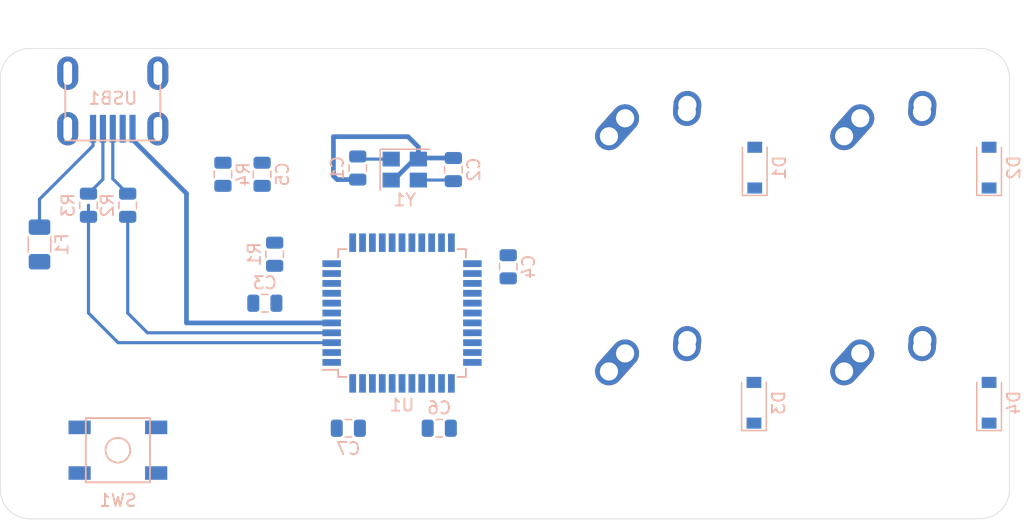
<source format=kicad_pcb>
(kicad_pcb (version 20171130) (host pcbnew "(5.1.4)-1")

  (general
    (thickness 1.6)
    (drawings 8)
    (tracks 35)
    (zones 0)
    (modules 24)
    (nets 45)
  )

  (page A4)
  (layers
    (0 F.Cu signal)
    (31 B.Cu signal)
    (32 B.Adhes user)
    (33 F.Adhes user)
    (34 B.Paste user)
    (35 F.Paste user)
    (36 B.SilkS user)
    (37 F.SilkS user)
    (38 B.Mask user)
    (39 F.Mask user)
    (40 Dwgs.User user)
    (41 Cmts.User user)
    (42 Eco1.User user)
    (43 Eco2.User user)
    (44 Edge.Cuts user)
    (45 Margin user)
    (46 B.CrtYd user)
    (47 F.CrtYd user)
    (48 B.Fab user)
    (49 F.Fab user)
  )

  (setup
    (last_trace_width 0.254)
    (trace_clearance 0.2)
    (zone_clearance 0.508)
    (zone_45_only no)
    (trace_min 0.2)
    (via_size 0.8)
    (via_drill 0.4)
    (via_min_size 0.4)
    (via_min_drill 0.3)
    (uvia_size 0.3)
    (uvia_drill 0.1)
    (uvias_allowed no)
    (uvia_min_size 0.2)
    (uvia_min_drill 0.1)
    (edge_width 0.05)
    (segment_width 0.2)
    (pcb_text_width 0.3)
    (pcb_text_size 1.5 1.5)
    (mod_edge_width 0.12)
    (mod_text_size 1 1)
    (mod_text_width 0.15)
    (pad_size 1.524 1.524)
    (pad_drill 0.762)
    (pad_to_mask_clearance 0.051)
    (solder_mask_min_width 0.25)
    (aux_axis_origin 0 0)
    (visible_elements 7FFFFFFF)
    (pcbplotparams
      (layerselection 0x010fc_ffffffff)
      (usegerberextensions false)
      (usegerberattributes false)
      (usegerberadvancedattributes false)
      (creategerberjobfile false)
      (excludeedgelayer true)
      (linewidth 0.100000)
      (plotframeref false)
      (viasonmask false)
      (mode 1)
      (useauxorigin false)
      (hpglpennumber 1)
      (hpglpenspeed 20)
      (hpglpendiameter 15.000000)
      (psnegative false)
      (psa4output false)
      (plotreference true)
      (plotvalue true)
      (plotinvisibletext false)
      (padsonsilk false)
      (subtractmaskfromsilk false)
      (outputformat 1)
      (mirror false)
      (drillshape 1)
      (scaleselection 1)
      (outputdirectory ""))
  )

  (net 0 "")
  (net 1 GND)
  (net 2 "Net-(C1-Pad1)")
  (net 3 "Net-(C2-Pad1)")
  (net 4 "Net-(C3-Pad1)")
  (net 5 +5V)
  (net 6 "Net-(D1-Pad2)")
  (net 7 ROW0)
  (net 8 "Net-(D2-Pad2)")
  (net 9 "Net-(D3-Pad2)")
  (net 10 ROW1)
  (net 11 "Net-(D4-Pad2)")
  (net 12 VCC)
  (net 13 COL0)
  (net 14 COL1)
  (net 15 "Net-(R1-Pad1)")
  (net 16 "Net-(R2-Pad2)")
  (net 17 D+)
  (net 18 "Net-(R3-Pad2)")
  (net 19 D-)
  (net 20 "Net-(R4-Pad1)")
  (net 21 "Net-(U1-Pad42)")
  (net 22 "Net-(U1-Pad41)")
  (net 23 "Net-(U1-Pad40)")
  (net 24 "Net-(U1-Pad39)")
  (net 25 "Net-(U1-Pad38)")
  (net 26 "Net-(U1-Pad37)")
  (net 27 "Net-(U1-Pad36)")
  (net 28 "Net-(U1-Pad32)")
  (net 29 "Net-(U1-Pad31)")
  (net 30 "Net-(U1-Pad26)")
  (net 31 "Net-(U1-Pad25)")
  (net 32 "Net-(U1-Pad22)")
  (net 33 "Net-(U1-Pad21)")
  (net 34 "Net-(U1-Pad20)")
  (net 35 "Net-(U1-Pad19)")
  (net 36 "Net-(U1-Pad18)")
  (net 37 "Net-(U1-Pad12)")
  (net 38 "Net-(U1-Pad11)")
  (net 39 "Net-(U1-Pad10)")
  (net 40 "Net-(U1-Pad9)")
  (net 41 "Net-(U1-Pad8)")
  (net 42 "Net-(U1-Pad1)")
  (net 43 "Net-(USB1-Pad6)")
  (net 44 "Net-(USB1-Pad2)")

  (net_class Default "This is the default net class."
    (clearance 0.2)
    (trace_width 0.254)
    (via_dia 0.8)
    (via_drill 0.4)
    (uvia_dia 0.3)
    (uvia_drill 0.1)
    (add_net COL0)
    (add_net COL1)
    (add_net D+)
    (add_net D-)
    (add_net "Net-(C1-Pad1)")
    (add_net "Net-(C2-Pad1)")
    (add_net "Net-(C3-Pad1)")
    (add_net "Net-(D1-Pad2)")
    (add_net "Net-(D2-Pad2)")
    (add_net "Net-(D3-Pad2)")
    (add_net "Net-(D4-Pad2)")
    (add_net "Net-(R1-Pad1)")
    (add_net "Net-(R2-Pad2)")
    (add_net "Net-(R3-Pad2)")
    (add_net "Net-(R4-Pad1)")
    (add_net "Net-(U1-Pad1)")
    (add_net "Net-(U1-Pad10)")
    (add_net "Net-(U1-Pad11)")
    (add_net "Net-(U1-Pad12)")
    (add_net "Net-(U1-Pad18)")
    (add_net "Net-(U1-Pad19)")
    (add_net "Net-(U1-Pad20)")
    (add_net "Net-(U1-Pad21)")
    (add_net "Net-(U1-Pad22)")
    (add_net "Net-(U1-Pad25)")
    (add_net "Net-(U1-Pad26)")
    (add_net "Net-(U1-Pad31)")
    (add_net "Net-(U1-Pad32)")
    (add_net "Net-(U1-Pad36)")
    (add_net "Net-(U1-Pad37)")
    (add_net "Net-(U1-Pad38)")
    (add_net "Net-(U1-Pad39)")
    (add_net "Net-(U1-Pad40)")
    (add_net "Net-(U1-Pad41)")
    (add_net "Net-(U1-Pad42)")
    (add_net "Net-(U1-Pad8)")
    (add_net "Net-(U1-Pad9)")
    (add_net "Net-(USB1-Pad2)")
    (add_net "Net-(USB1-Pad6)")
    (add_net ROW0)
    (add_net ROW1)
    (add_net VCC)
  )

  (net_class Power ""
    (clearance 0.2)
    (trace_width 0.381)
    (via_dia 0.8)
    (via_drill 0.4)
    (uvia_dia 0.3)
    (uvia_drill 0.1)
    (add_net +5V)
    (add_net GND)
  )

  (module Crystal:Crystal_SMD_3225-4Pin_3.2x2.5mm (layer B.Cu) (tedit 5A0FD1B2) (tstamp 5F8E9AEE)
    (at 114.52225 124.11075)
    (descr "SMD Crystal SERIES SMD3225/4 http://www.txccrystal.com/images/pdf/7m-accuracy.pdf, 3.2x2.5mm^2 package")
    (tags "SMD SMT crystal")
    (path /5F8F21E9)
    (attr smd)
    (fp_text reference Y1 (at 0 2.45) (layer B.SilkS)
      (effects (font (size 1 1) (thickness 0.15)) (justify mirror))
    )
    (fp_text value Crystal_GND24_Small (at 0 -2.45) (layer B.Fab)
      (effects (font (size 1 1) (thickness 0.15)) (justify mirror))
    )
    (fp_line (start 2.1 1.7) (end -2.1 1.7) (layer B.CrtYd) (width 0.05))
    (fp_line (start 2.1 -1.7) (end 2.1 1.7) (layer B.CrtYd) (width 0.05))
    (fp_line (start -2.1 -1.7) (end 2.1 -1.7) (layer B.CrtYd) (width 0.05))
    (fp_line (start -2.1 1.7) (end -2.1 -1.7) (layer B.CrtYd) (width 0.05))
    (fp_line (start -2 -1.65) (end 2 -1.65) (layer B.SilkS) (width 0.12))
    (fp_line (start -2 1.65) (end -2 -1.65) (layer B.SilkS) (width 0.12))
    (fp_line (start -1.6 -0.25) (end -0.6 -1.25) (layer B.Fab) (width 0.1))
    (fp_line (start 1.6 1.25) (end -1.6 1.25) (layer B.Fab) (width 0.1))
    (fp_line (start 1.6 -1.25) (end 1.6 1.25) (layer B.Fab) (width 0.1))
    (fp_line (start -1.6 -1.25) (end 1.6 -1.25) (layer B.Fab) (width 0.1))
    (fp_line (start -1.6 1.25) (end -1.6 -1.25) (layer B.Fab) (width 0.1))
    (fp_text user %R (at 0 0) (layer B.Fab)
      (effects (font (size 0.7 0.7) (thickness 0.105)) (justify mirror))
    )
    (pad 4 smd rect (at -1.1 0.85) (size 1.4 1.2) (layers B.Cu B.Paste B.Mask)
      (net 1 GND))
    (pad 3 smd rect (at 1.1 0.85) (size 1.4 1.2) (layers B.Cu B.Paste B.Mask)
      (net 3 "Net-(C2-Pad1)"))
    (pad 2 smd rect (at 1.1 -0.85) (size 1.4 1.2) (layers B.Cu B.Paste B.Mask)
      (net 1 GND))
    (pad 1 smd rect (at -1.1 -0.85) (size 1.4 1.2) (layers B.Cu B.Paste B.Mask)
      (net 2 "Net-(C1-Pad1)"))
    (model ${KISYS3DMOD}/Crystal.3dshapes/Crystal_SMD_3225-4Pin_3.2x2.5mm.wrl
      (at (xyz 0 0 0))
      (scale (xyz 1 1 1))
      (rotate (xyz 0 0 0))
    )
  )

  (module random-keyboard-parts:Molex-0548190589 (layer B.Cu) (tedit 5C494815) (tstamp 5F8E9ADA)
    (at 90.8685 116.30025 270)
    (path /5F90A9B4)
    (attr smd)
    (fp_text reference USB1 (at 2.032 0 180) (layer B.SilkS)
      (effects (font (size 1 1) (thickness 0.15)) (justify mirror))
    )
    (fp_text value Molex-0548190589 (at -5.08 0 180) (layer Dwgs.User)
      (effects (font (size 1 1) (thickness 0.15)))
    )
    (fp_text user %R (at 2 0 180) (layer B.CrtYd)
      (effects (font (size 1 1) (thickness 0.15)) (justify mirror))
    )
    (fp_line (start 3.25 1.25) (end 5.5 1.25) (layer B.CrtYd) (width 0.15))
    (fp_line (start 5.5 0.5) (end 3.25 0.5) (layer B.CrtYd) (width 0.15))
    (fp_line (start 3.25 -0.5) (end 5.5 -0.5) (layer B.CrtYd) (width 0.15))
    (fp_line (start 5.5 -1.25) (end 3.25 -1.25) (layer B.CrtYd) (width 0.15))
    (fp_line (start 3.25 -2) (end 5.5 -2) (layer B.CrtYd) (width 0.15))
    (fp_line (start 3.25 2) (end 3.25 -2) (layer B.CrtYd) (width 0.15))
    (fp_line (start 5.5 2) (end 3.25 2) (layer B.CrtYd) (width 0.15))
    (fp_line (start -3.75 -3.75) (end -3.75 3.75) (layer B.CrtYd) (width 0.15))
    (fp_line (start 5.5 -3.75) (end -3.75 -3.75) (layer B.CrtYd) (width 0.15))
    (fp_line (start 5.5 3.75) (end 5.5 -3.75) (layer B.CrtYd) (width 0.15))
    (fp_line (start -3.75 3.75) (end 5.5 3.75) (layer B.CrtYd) (width 0.15))
    (fp_line (start 0 3.85) (end 5.45 3.85) (layer B.SilkS) (width 0.15))
    (fp_line (start 0 -3.85) (end 5.45 -3.85) (layer B.SilkS) (width 0.15))
    (fp_line (start 5.45 3.85) (end 5.45 -3.85) (layer B.SilkS) (width 0.15))
    (fp_line (start -3.75 3.85) (end 0 3.85) (layer Dwgs.User) (width 0.15))
    (fp_line (start -3.75 -3.85) (end 0 -3.85) (layer Dwgs.User) (width 0.15))
    (fp_line (start -1.75 4.572) (end -1.75 -4.572) (layer Dwgs.User) (width 0.15))
    (fp_line (start -3.75 3.85) (end -3.75 -3.85) (layer Dwgs.User) (width 0.15))
    (pad 6 thru_hole oval (at 0 3.65 270) (size 2.7 1.7) (drill oval 1.9 0.7) (layers *.Cu *.Mask)
      (net 43 "Net-(USB1-Pad6)"))
    (pad 6 thru_hole oval (at 0 -3.65 270) (size 2.7 1.7) (drill oval 1.9 0.7) (layers *.Cu *.Mask)
      (net 43 "Net-(USB1-Pad6)"))
    (pad 6 thru_hole oval (at 4.5 -3.65 270) (size 2.7 1.7) (drill oval 1.9 0.7) (layers *.Cu *.Mask)
      (net 43 "Net-(USB1-Pad6)"))
    (pad 6 thru_hole oval (at 4.5 3.65 270) (size 2.7 1.7) (drill oval 1.9 0.7) (layers *.Cu *.Mask)
      (net 43 "Net-(USB1-Pad6)"))
    (pad 5 smd rect (at 4.5 1.6 270) (size 2.25 0.5) (layers B.Cu B.Paste B.Mask)
      (net 12 VCC))
    (pad 4 smd rect (at 4.5 0.8 270) (size 2.25 0.5) (layers B.Cu B.Paste B.Mask)
      (net 19 D-))
    (pad 3 smd rect (at 4.5 0 270) (size 2.25 0.5) (layers B.Cu B.Paste B.Mask)
      (net 17 D+))
    (pad 2 smd rect (at 4.5 -0.8 270) (size 2.25 0.5) (layers B.Cu B.Paste B.Mask)
      (net 44 "Net-(USB1-Pad2)"))
    (pad 1 smd rect (at 4.5 -1.6 270) (size 2.25 0.5) (layers B.Cu B.Paste B.Mask)
      (net 1 GND))
  )

  (module Package_QFP:TQFP-44_10x10mm_P0.8mm (layer B.Cu) (tedit 5A02F146) (tstamp 5F8E9ABA)
    (at 114.3 135.73125)
    (descr "44-Lead Plastic Thin Quad Flatpack (PT) - 10x10x1.0 mm Body [TQFP] (see Microchip Packaging Specification 00000049BS.pdf)")
    (tags "QFP 0.8")
    (path /5F8DFD06)
    (attr smd)
    (fp_text reference U1 (at 0 7.45) (layer B.SilkS)
      (effects (font (size 1 1) (thickness 0.15)) (justify mirror))
    )
    (fp_text value ATmega32U4-AU (at 0 -7.45) (layer B.Fab)
      (effects (font (size 1 1) (thickness 0.15)) (justify mirror))
    )
    (fp_line (start -5.175 4.6) (end -6.45 4.6) (layer B.SilkS) (width 0.15))
    (fp_line (start 5.175 5.175) (end 4.5 5.175) (layer B.SilkS) (width 0.15))
    (fp_line (start 5.175 -5.175) (end 4.5 -5.175) (layer B.SilkS) (width 0.15))
    (fp_line (start -5.175 -5.175) (end -4.5 -5.175) (layer B.SilkS) (width 0.15))
    (fp_line (start -5.175 5.175) (end -4.5 5.175) (layer B.SilkS) (width 0.15))
    (fp_line (start -5.175 -5.175) (end -5.175 -4.5) (layer B.SilkS) (width 0.15))
    (fp_line (start 5.175 -5.175) (end 5.175 -4.5) (layer B.SilkS) (width 0.15))
    (fp_line (start 5.175 5.175) (end 5.175 4.5) (layer B.SilkS) (width 0.15))
    (fp_line (start -5.175 5.175) (end -5.175 4.6) (layer B.SilkS) (width 0.15))
    (fp_line (start -6.7 -6.7) (end 6.7 -6.7) (layer B.CrtYd) (width 0.05))
    (fp_line (start -6.7 6.7) (end 6.7 6.7) (layer B.CrtYd) (width 0.05))
    (fp_line (start 6.7 6.7) (end 6.7 -6.7) (layer B.CrtYd) (width 0.05))
    (fp_line (start -6.7 6.7) (end -6.7 -6.7) (layer B.CrtYd) (width 0.05))
    (fp_line (start -5 4) (end -4 5) (layer B.Fab) (width 0.15))
    (fp_line (start -5 -5) (end -5 4) (layer B.Fab) (width 0.15))
    (fp_line (start 5 -5) (end -5 -5) (layer B.Fab) (width 0.15))
    (fp_line (start 5 5) (end 5 -5) (layer B.Fab) (width 0.15))
    (fp_line (start -4 5) (end 5 5) (layer B.Fab) (width 0.15))
    (fp_text user %R (at 0 0) (layer B.Fab)
      (effects (font (size 1 1) (thickness 0.15)) (justify mirror))
    )
    (pad 44 smd rect (at -4 5.7 270) (size 1.5 0.55) (layers B.Cu B.Paste B.Mask)
      (net 5 +5V))
    (pad 43 smd rect (at -3.2 5.7 270) (size 1.5 0.55) (layers B.Cu B.Paste B.Mask)
      (net 1 GND))
    (pad 42 smd rect (at -2.4 5.7 270) (size 1.5 0.55) (layers B.Cu B.Paste B.Mask)
      (net 21 "Net-(U1-Pad42)"))
    (pad 41 smd rect (at -1.6 5.7 270) (size 1.5 0.55) (layers B.Cu B.Paste B.Mask)
      (net 22 "Net-(U1-Pad41)"))
    (pad 40 smd rect (at -0.8 5.7 270) (size 1.5 0.55) (layers B.Cu B.Paste B.Mask)
      (net 23 "Net-(U1-Pad40)"))
    (pad 39 smd rect (at 0 5.7 270) (size 1.5 0.55) (layers B.Cu B.Paste B.Mask)
      (net 24 "Net-(U1-Pad39)"))
    (pad 38 smd rect (at 0.8 5.7 270) (size 1.5 0.55) (layers B.Cu B.Paste B.Mask)
      (net 25 "Net-(U1-Pad38)"))
    (pad 37 smd rect (at 1.6 5.7 270) (size 1.5 0.55) (layers B.Cu B.Paste B.Mask)
      (net 26 "Net-(U1-Pad37)"))
    (pad 36 smd rect (at 2.4 5.7 270) (size 1.5 0.55) (layers B.Cu B.Paste B.Mask)
      (net 27 "Net-(U1-Pad36)"))
    (pad 35 smd rect (at 3.2 5.7 270) (size 1.5 0.55) (layers B.Cu B.Paste B.Mask)
      (net 1 GND))
    (pad 34 smd rect (at 4 5.7 270) (size 1.5 0.55) (layers B.Cu B.Paste B.Mask)
      (net 5 +5V))
    (pad 33 smd rect (at 5.7 4) (size 1.5 0.55) (layers B.Cu B.Paste B.Mask)
      (net 20 "Net-(R4-Pad1)"))
    (pad 32 smd rect (at 5.7 3.2) (size 1.5 0.55) (layers B.Cu B.Paste B.Mask)
      (net 28 "Net-(U1-Pad32)"))
    (pad 31 smd rect (at 5.7 2.4) (size 1.5 0.55) (layers B.Cu B.Paste B.Mask)
      (net 29 "Net-(U1-Pad31)"))
    (pad 30 smd rect (at 5.7 1.6) (size 1.5 0.55) (layers B.Cu B.Paste B.Mask)
      (net 10 ROW1))
    (pad 29 smd rect (at 5.7 0.8) (size 1.5 0.55) (layers B.Cu B.Paste B.Mask)
      (net 13 COL0))
    (pad 28 smd rect (at 5.7 0) (size 1.5 0.55) (layers B.Cu B.Paste B.Mask)
      (net 14 COL1))
    (pad 27 smd rect (at 5.7 -0.8) (size 1.5 0.55) (layers B.Cu B.Paste B.Mask)
      (net 7 ROW0))
    (pad 26 smd rect (at 5.7 -1.6) (size 1.5 0.55) (layers B.Cu B.Paste B.Mask)
      (net 30 "Net-(U1-Pad26)"))
    (pad 25 smd rect (at 5.7 -2.4) (size 1.5 0.55) (layers B.Cu B.Paste B.Mask)
      (net 31 "Net-(U1-Pad25)"))
    (pad 24 smd rect (at 5.7 -3.2) (size 1.5 0.55) (layers B.Cu B.Paste B.Mask)
      (net 5 +5V))
    (pad 23 smd rect (at 5.7 -4) (size 1.5 0.55) (layers B.Cu B.Paste B.Mask)
      (net 1 GND))
    (pad 22 smd rect (at 4 -5.7 270) (size 1.5 0.55) (layers B.Cu B.Paste B.Mask)
      (net 32 "Net-(U1-Pad22)"))
    (pad 21 smd rect (at 3.2 -5.7 270) (size 1.5 0.55) (layers B.Cu B.Paste B.Mask)
      (net 33 "Net-(U1-Pad21)"))
    (pad 20 smd rect (at 2.4 -5.7 270) (size 1.5 0.55) (layers B.Cu B.Paste B.Mask)
      (net 34 "Net-(U1-Pad20)"))
    (pad 19 smd rect (at 1.6 -5.7 270) (size 1.5 0.55) (layers B.Cu B.Paste B.Mask)
      (net 35 "Net-(U1-Pad19)"))
    (pad 18 smd rect (at 0.8 -5.7 270) (size 1.5 0.55) (layers B.Cu B.Paste B.Mask)
      (net 36 "Net-(U1-Pad18)"))
    (pad 17 smd rect (at 0 -5.7 270) (size 1.5 0.55) (layers B.Cu B.Paste B.Mask)
      (net 2 "Net-(C1-Pad1)"))
    (pad 16 smd rect (at -0.8 -5.7 270) (size 1.5 0.55) (layers B.Cu B.Paste B.Mask)
      (net 3 "Net-(C2-Pad1)"))
    (pad 15 smd rect (at -1.6 -5.7 270) (size 1.5 0.55) (layers B.Cu B.Paste B.Mask)
      (net 1 GND))
    (pad 14 smd rect (at -2.4 -5.7 270) (size 1.5 0.55) (layers B.Cu B.Paste B.Mask)
      (net 5 +5V))
    (pad 13 smd rect (at -3.2 -5.7 270) (size 1.5 0.55) (layers B.Cu B.Paste B.Mask)
      (net 15 "Net-(R1-Pad1)"))
    (pad 12 smd rect (at -4 -5.7 270) (size 1.5 0.55) (layers B.Cu B.Paste B.Mask)
      (net 37 "Net-(U1-Pad12)"))
    (pad 11 smd rect (at -5.7 -4) (size 1.5 0.55) (layers B.Cu B.Paste B.Mask)
      (net 38 "Net-(U1-Pad11)"))
    (pad 10 smd rect (at -5.7 -3.2) (size 1.5 0.55) (layers B.Cu B.Paste B.Mask)
      (net 39 "Net-(U1-Pad10)"))
    (pad 9 smd rect (at -5.7 -2.4) (size 1.5 0.55) (layers B.Cu B.Paste B.Mask)
      (net 40 "Net-(U1-Pad9)"))
    (pad 8 smd rect (at -5.7 -1.6) (size 1.5 0.55) (layers B.Cu B.Paste B.Mask)
      (net 41 "Net-(U1-Pad8)"))
    (pad 7 smd rect (at -5.7 -0.8) (size 1.5 0.55) (layers B.Cu B.Paste B.Mask)
      (net 5 +5V))
    (pad 6 smd rect (at -5.7 0) (size 1.5 0.55) (layers B.Cu B.Paste B.Mask)
      (net 4 "Net-(C3-Pad1)"))
    (pad 5 smd rect (at -5.7 0.8) (size 1.5 0.55) (layers B.Cu B.Paste B.Mask)
      (net 1 GND))
    (pad 4 smd rect (at -5.7 1.6) (size 1.5 0.55) (layers B.Cu B.Paste B.Mask)
      (net 16 "Net-(R2-Pad2)"))
    (pad 3 smd rect (at -5.7 2.4) (size 1.5 0.55) (layers B.Cu B.Paste B.Mask)
      (net 18 "Net-(R3-Pad2)"))
    (pad 2 smd rect (at -5.7 3.2) (size 1.5 0.55) (layers B.Cu B.Paste B.Mask)
      (net 5 +5V))
    (pad 1 smd rect (at -5.7 4) (size 1.5 0.55) (layers B.Cu B.Paste B.Mask)
      (net 42 "Net-(U1-Pad1)"))
    (model ${KISYS3DMOD}/Package_QFP.3dshapes/TQFP-44_10x10mm_P0.8mm.wrl
      (at (xyz 0 0 0))
      (scale (xyz 1 1 1))
      (rotate (xyz 0 0 0))
    )
  )

  (module random-keyboard-parts:SKQG-1155865 (layer B.Cu) (tedit 5E62B398) (tstamp 5F8E9A77)
    (at 91.28125 146.84375 180)
    (path /5F8FC3AD)
    (attr smd)
    (fp_text reference SW1 (at 0 -4.064) (layer B.SilkS)
      (effects (font (size 1 1) (thickness 0.15)) (justify mirror))
    )
    (fp_text value SW_Push (at 0 4.064) (layer B.Fab)
      (effects (font (size 1 1) (thickness 0.15)) (justify mirror))
    )
    (fp_line (start -2.6 2.6) (end 2.6 2.6) (layer B.SilkS) (width 0.15))
    (fp_line (start 2.6 2.6) (end 2.6 -2.6) (layer B.SilkS) (width 0.15))
    (fp_line (start 2.6 -2.6) (end -2.6 -2.6) (layer B.SilkS) (width 0.15))
    (fp_line (start -2.6 -2.6) (end -2.6 2.6) (layer B.SilkS) (width 0.15))
    (fp_circle (center 0 0) (end 1 0) (layer B.SilkS) (width 0.15))
    (fp_line (start -4.2 2.6) (end 4.2 2.6) (layer B.Fab) (width 0.15))
    (fp_line (start 4.2 2.6) (end 4.2 1.2) (layer B.Fab) (width 0.15))
    (fp_line (start 4.2 1.1) (end 2.6 1.1) (layer B.Fab) (width 0.15))
    (fp_line (start 2.6 1.1) (end 2.6 -1.1) (layer B.Fab) (width 0.15))
    (fp_line (start 2.6 -1.1) (end 4.2 -1.1) (layer B.Fab) (width 0.15))
    (fp_line (start 4.2 -1.1) (end 4.2 -2.6) (layer B.Fab) (width 0.15))
    (fp_line (start 4.2 -2.6) (end -4.2 -2.6) (layer B.Fab) (width 0.15))
    (fp_line (start -4.2 -2.6) (end -4.2 -1.1) (layer B.Fab) (width 0.15))
    (fp_line (start -4.2 -1.1) (end -2.6 -1.1) (layer B.Fab) (width 0.15))
    (fp_line (start -2.6 -1.1) (end -2.6 1.1) (layer B.Fab) (width 0.15))
    (fp_line (start -2.6 1.1) (end -4.2 1.1) (layer B.Fab) (width 0.15))
    (fp_line (start -4.2 1.1) (end -4.2 2.6) (layer B.Fab) (width 0.15))
    (fp_circle (center 0 0) (end 1 0) (layer B.Fab) (width 0.15))
    (fp_line (start -2.6 1.1) (end -1.1 2.6) (layer B.Fab) (width 0.15))
    (fp_line (start 2.6 1.1) (end 1.1 2.6) (layer B.Fab) (width 0.15))
    (fp_line (start 2.6 -1.1) (end 1.1 -2.6) (layer B.Fab) (width 0.15))
    (fp_line (start -2.6 -1.1) (end -1.1 -2.6) (layer B.Fab) (width 0.15))
    (pad 4 smd rect (at -3.1 -1.85 180) (size 1.8 1.1) (layers B.Cu B.Paste B.Mask))
    (pad 3 smd rect (at 3.1 1.85 180) (size 1.8 1.1) (layers B.Cu B.Paste B.Mask))
    (pad 2 smd rect (at -3.1 1.85 180) (size 1.8 1.1) (layers B.Cu B.Paste B.Mask)
      (net 15 "Net-(R1-Pad1)"))
    (pad 1 smd rect (at 3.1 -1.85 180) (size 1.8 1.1) (layers B.Cu B.Paste B.Mask)
      (net 1 GND))
    (model ${KISYS3DMOD}/Button_Switch_SMD.3dshapes/SW_SPST_TL3342.step
      (at (xyz 0 0 0))
      (scale (xyz 1 1 1))
      (rotate (xyz 0 0 0))
    )
  )

  (module Resistor_SMD:R_0805_2012Metric (layer B.Cu) (tedit 5B36C52B) (tstamp 5F8E9A59)
    (at 99.79025 124.49175 90)
    (descr "Resistor SMD 0805 (2012 Metric), square (rectangular) end terminal, IPC_7351 nominal, (Body size source: https://docs.google.com/spreadsheets/d/1BsfQQcO9C6DZCsRaXUlFlo91Tg2WpOkGARC1WS5S8t0/edit?usp=sharing), generated with kicad-footprint-generator")
    (tags resistor)
    (path /5F8E5F53)
    (attr smd)
    (fp_text reference R4 (at 0 1.65 270) (layer B.SilkS)
      (effects (font (size 1 1) (thickness 0.15)) (justify mirror))
    )
    (fp_text value 10k (at 0 -1.65 270) (layer B.Fab)
      (effects (font (size 1 1) (thickness 0.15)) (justify mirror))
    )
    (fp_text user %R (at 0 0 270) (layer B.Fab)
      (effects (font (size 0.5 0.5) (thickness 0.08)) (justify mirror))
    )
    (fp_line (start 1.68 -0.95) (end -1.68 -0.95) (layer B.CrtYd) (width 0.05))
    (fp_line (start 1.68 0.95) (end 1.68 -0.95) (layer B.CrtYd) (width 0.05))
    (fp_line (start -1.68 0.95) (end 1.68 0.95) (layer B.CrtYd) (width 0.05))
    (fp_line (start -1.68 -0.95) (end -1.68 0.95) (layer B.CrtYd) (width 0.05))
    (fp_line (start -0.258578 -0.71) (end 0.258578 -0.71) (layer B.SilkS) (width 0.12))
    (fp_line (start -0.258578 0.71) (end 0.258578 0.71) (layer B.SilkS) (width 0.12))
    (fp_line (start 1 -0.6) (end -1 -0.6) (layer B.Fab) (width 0.1))
    (fp_line (start 1 0.6) (end 1 -0.6) (layer B.Fab) (width 0.1))
    (fp_line (start -1 0.6) (end 1 0.6) (layer B.Fab) (width 0.1))
    (fp_line (start -1 -0.6) (end -1 0.6) (layer B.Fab) (width 0.1))
    (pad 2 smd roundrect (at 0.9375 0 90) (size 0.975 1.4) (layers B.Cu B.Paste B.Mask) (roundrect_rratio 0.25)
      (net 1 GND))
    (pad 1 smd roundrect (at -0.9375 0 90) (size 0.975 1.4) (layers B.Cu B.Paste B.Mask) (roundrect_rratio 0.25)
      (net 20 "Net-(R4-Pad1)"))
    (model ${KISYS3DMOD}/Resistor_SMD.3dshapes/R_0805_2012Metric.wrl
      (at (xyz 0 0 0))
      (scale (xyz 1 1 1))
      (rotate (xyz 0 0 0))
    )
  )

  (module Resistor_SMD:R_0805_2012Metric (layer B.Cu) (tedit 5B36C52B) (tstamp 5F8E9A48)
    (at 88.9 127 270)
    (descr "Resistor SMD 0805 (2012 Metric), square (rectangular) end terminal, IPC_7351 nominal, (Body size source: https://docs.google.com/spreadsheets/d/1BsfQQcO9C6DZCsRaXUlFlo91Tg2WpOkGARC1WS5S8t0/edit?usp=sharing), generated with kicad-footprint-generator")
    (tags resistor)
    (path /5F8E97F5)
    (attr smd)
    (fp_text reference R3 (at 0 1.65 90) (layer B.SilkS)
      (effects (font (size 1 1) (thickness 0.15)) (justify mirror))
    )
    (fp_text value 22 (at 0 -1.65 90) (layer B.Fab)
      (effects (font (size 1 1) (thickness 0.15)) (justify mirror))
    )
    (fp_text user %R (at 0 0 90) (layer B.Fab)
      (effects (font (size 0.5 0.5) (thickness 0.08)) (justify mirror))
    )
    (fp_line (start 1.68 -0.95) (end -1.68 -0.95) (layer B.CrtYd) (width 0.05))
    (fp_line (start 1.68 0.95) (end 1.68 -0.95) (layer B.CrtYd) (width 0.05))
    (fp_line (start -1.68 0.95) (end 1.68 0.95) (layer B.CrtYd) (width 0.05))
    (fp_line (start -1.68 -0.95) (end -1.68 0.95) (layer B.CrtYd) (width 0.05))
    (fp_line (start -0.258578 -0.71) (end 0.258578 -0.71) (layer B.SilkS) (width 0.12))
    (fp_line (start -0.258578 0.71) (end 0.258578 0.71) (layer B.SilkS) (width 0.12))
    (fp_line (start 1 -0.6) (end -1 -0.6) (layer B.Fab) (width 0.1))
    (fp_line (start 1 0.6) (end 1 -0.6) (layer B.Fab) (width 0.1))
    (fp_line (start -1 0.6) (end 1 0.6) (layer B.Fab) (width 0.1))
    (fp_line (start -1 -0.6) (end -1 0.6) (layer B.Fab) (width 0.1))
    (pad 2 smd roundrect (at 0.9375 0 270) (size 0.975 1.4) (layers B.Cu B.Paste B.Mask) (roundrect_rratio 0.25)
      (net 18 "Net-(R3-Pad2)"))
    (pad 1 smd roundrect (at -0.9375 0 270) (size 0.975 1.4) (layers B.Cu B.Paste B.Mask) (roundrect_rratio 0.25)
      (net 19 D-))
    (model ${KISYS3DMOD}/Resistor_SMD.3dshapes/R_0805_2012Metric.wrl
      (at (xyz 0 0 0))
      (scale (xyz 1 1 1))
      (rotate (xyz 0 0 0))
    )
  )

  (module Resistor_SMD:R_0805_2012Metric (layer B.Cu) (tedit 5B36C52B) (tstamp 5F8E9A37)
    (at 92.075 127 270)
    (descr "Resistor SMD 0805 (2012 Metric), square (rectangular) end terminal, IPC_7351 nominal, (Body size source: https://docs.google.com/spreadsheets/d/1BsfQQcO9C6DZCsRaXUlFlo91Tg2WpOkGARC1WS5S8t0/edit?usp=sharing), generated with kicad-footprint-generator")
    (tags resistor)
    (path /5F8E8E72)
    (attr smd)
    (fp_text reference R2 (at 0 1.65 90) (layer B.SilkS)
      (effects (font (size 1 1) (thickness 0.15)) (justify mirror))
    )
    (fp_text value 22 (at 0 -1.65 90) (layer B.Fab)
      (effects (font (size 1 1) (thickness 0.15)) (justify mirror))
    )
    (fp_text user %R (at 0 0 90) (layer B.Fab)
      (effects (font (size 0.5 0.5) (thickness 0.08)) (justify mirror))
    )
    (fp_line (start 1.68 -0.95) (end -1.68 -0.95) (layer B.CrtYd) (width 0.05))
    (fp_line (start 1.68 0.95) (end 1.68 -0.95) (layer B.CrtYd) (width 0.05))
    (fp_line (start -1.68 0.95) (end 1.68 0.95) (layer B.CrtYd) (width 0.05))
    (fp_line (start -1.68 -0.95) (end -1.68 0.95) (layer B.CrtYd) (width 0.05))
    (fp_line (start -0.258578 -0.71) (end 0.258578 -0.71) (layer B.SilkS) (width 0.12))
    (fp_line (start -0.258578 0.71) (end 0.258578 0.71) (layer B.SilkS) (width 0.12))
    (fp_line (start 1 -0.6) (end -1 -0.6) (layer B.Fab) (width 0.1))
    (fp_line (start 1 0.6) (end 1 -0.6) (layer B.Fab) (width 0.1))
    (fp_line (start -1 0.6) (end 1 0.6) (layer B.Fab) (width 0.1))
    (fp_line (start -1 -0.6) (end -1 0.6) (layer B.Fab) (width 0.1))
    (pad 2 smd roundrect (at 0.9375 0 270) (size 0.975 1.4) (layers B.Cu B.Paste B.Mask) (roundrect_rratio 0.25)
      (net 16 "Net-(R2-Pad2)"))
    (pad 1 smd roundrect (at -0.9375 0 270) (size 0.975 1.4) (layers B.Cu B.Paste B.Mask) (roundrect_rratio 0.25)
      (net 17 D+))
    (model ${KISYS3DMOD}/Resistor_SMD.3dshapes/R_0805_2012Metric.wrl
      (at (xyz 0 0 0))
      (scale (xyz 1 1 1))
      (rotate (xyz 0 0 0))
    )
  )

  (module Resistor_SMD:R_0805_2012Metric (layer B.Cu) (tedit 5B36C52B) (tstamp 5F8E9A26)
    (at 103.98125 130.96875 270)
    (descr "Resistor SMD 0805 (2012 Metric), square (rectangular) end terminal, IPC_7351 nominal, (Body size source: https://docs.google.com/spreadsheets/d/1BsfQQcO9C6DZCsRaXUlFlo91Tg2WpOkGARC1WS5S8t0/edit?usp=sharing), generated with kicad-footprint-generator")
    (tags resistor)
    (path /5F8FF029)
    (attr smd)
    (fp_text reference R1 (at 0 1.65 90) (layer B.SilkS)
      (effects (font (size 1 1) (thickness 0.15)) (justify mirror))
    )
    (fp_text value 10k (at 0 -1.65 90) (layer B.Fab)
      (effects (font (size 1 1) (thickness 0.15)) (justify mirror))
    )
    (fp_text user %R (at 0 0 90) (layer B.Fab)
      (effects (font (size 0.5 0.5) (thickness 0.08)) (justify mirror))
    )
    (fp_line (start 1.68 -0.95) (end -1.68 -0.95) (layer B.CrtYd) (width 0.05))
    (fp_line (start 1.68 0.95) (end 1.68 -0.95) (layer B.CrtYd) (width 0.05))
    (fp_line (start -1.68 0.95) (end 1.68 0.95) (layer B.CrtYd) (width 0.05))
    (fp_line (start -1.68 -0.95) (end -1.68 0.95) (layer B.CrtYd) (width 0.05))
    (fp_line (start -0.258578 -0.71) (end 0.258578 -0.71) (layer B.SilkS) (width 0.12))
    (fp_line (start -0.258578 0.71) (end 0.258578 0.71) (layer B.SilkS) (width 0.12))
    (fp_line (start 1 -0.6) (end -1 -0.6) (layer B.Fab) (width 0.1))
    (fp_line (start 1 0.6) (end 1 -0.6) (layer B.Fab) (width 0.1))
    (fp_line (start -1 0.6) (end 1 0.6) (layer B.Fab) (width 0.1))
    (fp_line (start -1 -0.6) (end -1 0.6) (layer B.Fab) (width 0.1))
    (pad 2 smd roundrect (at 0.9375 0 270) (size 0.975 1.4) (layers B.Cu B.Paste B.Mask) (roundrect_rratio 0.25)
      (net 5 +5V))
    (pad 1 smd roundrect (at -0.9375 0 270) (size 0.975 1.4) (layers B.Cu B.Paste B.Mask) (roundrect_rratio 0.25)
      (net 15 "Net-(R1-Pad1)"))
    (model ${KISYS3DMOD}/Resistor_SMD.3dshapes/R_0805_2012Metric.wrl
      (at (xyz 0 0 0))
      (scale (xyz 1 1 1))
      (rotate (xyz 0 0 0))
    )
  )

  (module MX_Alps_Hybrid:MX-1U-NoLED (layer F.Cu) (tedit 5A9F5203) (tstamp 5F8E9A15)
    (at 153.924 143.002)
    (path /5F919FE2)
    (fp_text reference MX4 (at 0 3.175) (layer Dwgs.User)
      (effects (font (size 1 1) (thickness 0.15)))
    )
    (fp_text value MX-NoLED (at 0 -7.9375) (layer Dwgs.User)
      (effects (font (size 1 1) (thickness 0.15)))
    )
    (fp_line (start -9.525 9.525) (end -9.525 -9.525) (layer Dwgs.User) (width 0.15))
    (fp_line (start 9.525 9.525) (end -9.525 9.525) (layer Dwgs.User) (width 0.15))
    (fp_line (start 9.525 -9.525) (end 9.525 9.525) (layer Dwgs.User) (width 0.15))
    (fp_line (start -9.525 -9.525) (end 9.525 -9.525) (layer Dwgs.User) (width 0.15))
    (fp_line (start -7 -7) (end -7 -5) (layer Dwgs.User) (width 0.15))
    (fp_line (start -5 -7) (end -7 -7) (layer Dwgs.User) (width 0.15))
    (fp_line (start -7 7) (end -5 7) (layer Dwgs.User) (width 0.15))
    (fp_line (start -7 5) (end -7 7) (layer Dwgs.User) (width 0.15))
    (fp_line (start 7 7) (end 7 5) (layer Dwgs.User) (width 0.15))
    (fp_line (start 5 7) (end 7 7) (layer Dwgs.User) (width 0.15))
    (fp_line (start 7 -7) (end 7 -5) (layer Dwgs.User) (width 0.15))
    (fp_line (start 5 -7) (end 7 -7) (layer Dwgs.User) (width 0.15))
    (pad "" np_thru_hole circle (at 5.08 0 48.0996) (size 1.75 1.75) (drill 1.75) (layers *.Cu *.Mask))
    (pad "" np_thru_hole circle (at -5.08 0 48.0996) (size 1.75 1.75) (drill 1.75) (layers *.Cu *.Mask))
    (pad 1 thru_hole circle (at -2.5 -4) (size 2.25 2.25) (drill 1.47) (layers *.Cu B.Mask)
      (net 14 COL1))
    (pad "" np_thru_hole circle (at 0 0) (size 3.9878 3.9878) (drill 3.9878) (layers *.Cu *.Mask))
    (pad 1 thru_hole oval (at -3.81 -2.54 48.0996) (size 4.211556 2.25) (drill 1.47 (offset 0.980778 0)) (layers *.Cu B.Mask)
      (net 14 COL1))
    (pad 2 thru_hole circle (at 2.54 -5.08) (size 2.25 2.25) (drill 1.47) (layers *.Cu B.Mask)
      (net 11 "Net-(D4-Pad2)"))
    (pad 2 thru_hole oval (at 2.5 -4.5 86.0548) (size 2.831378 2.25) (drill 1.47 (offset 0.290689 0)) (layers *.Cu B.Mask)
      (net 11 "Net-(D4-Pad2)"))
  )

  (module MX_Alps_Hybrid:MX-1U-NoLED (layer F.Cu) (tedit 5A9F5203) (tstamp 5F8E99FE)
    (at 134.874 143.002)
    (path /5F919960)
    (fp_text reference MX3 (at 0 3.175) (layer Dwgs.User)
      (effects (font (size 1 1) (thickness 0.15)))
    )
    (fp_text value MX-NoLED (at 0 -7.9375) (layer Dwgs.User)
      (effects (font (size 1 1) (thickness 0.15)))
    )
    (fp_line (start -9.525 9.525) (end -9.525 -9.525) (layer Dwgs.User) (width 0.15))
    (fp_line (start 9.525 9.525) (end -9.525 9.525) (layer Dwgs.User) (width 0.15))
    (fp_line (start 9.525 -9.525) (end 9.525 9.525) (layer Dwgs.User) (width 0.15))
    (fp_line (start -9.525 -9.525) (end 9.525 -9.525) (layer Dwgs.User) (width 0.15))
    (fp_line (start -7 -7) (end -7 -5) (layer Dwgs.User) (width 0.15))
    (fp_line (start -5 -7) (end -7 -7) (layer Dwgs.User) (width 0.15))
    (fp_line (start -7 7) (end -5 7) (layer Dwgs.User) (width 0.15))
    (fp_line (start -7 5) (end -7 7) (layer Dwgs.User) (width 0.15))
    (fp_line (start 7 7) (end 7 5) (layer Dwgs.User) (width 0.15))
    (fp_line (start 5 7) (end 7 7) (layer Dwgs.User) (width 0.15))
    (fp_line (start 7 -7) (end 7 -5) (layer Dwgs.User) (width 0.15))
    (fp_line (start 5 -7) (end 7 -7) (layer Dwgs.User) (width 0.15))
    (pad "" np_thru_hole circle (at 5.08 0 48.0996) (size 1.75 1.75) (drill 1.75) (layers *.Cu *.Mask))
    (pad "" np_thru_hole circle (at -5.08 0 48.0996) (size 1.75 1.75) (drill 1.75) (layers *.Cu *.Mask))
    (pad 1 thru_hole circle (at -2.5 -4) (size 2.25 2.25) (drill 1.47) (layers *.Cu B.Mask)
      (net 13 COL0))
    (pad "" np_thru_hole circle (at 0 0) (size 3.9878 3.9878) (drill 3.9878) (layers *.Cu *.Mask))
    (pad 1 thru_hole oval (at -3.81 -2.54 48.0996) (size 4.211556 2.25) (drill 1.47 (offset 0.980778 0)) (layers *.Cu B.Mask)
      (net 13 COL0))
    (pad 2 thru_hole circle (at 2.54 -5.08) (size 2.25 2.25) (drill 1.47) (layers *.Cu B.Mask)
      (net 9 "Net-(D3-Pad2)"))
    (pad 2 thru_hole oval (at 2.5 -4.5 86.0548) (size 2.831378 2.25) (drill 1.47 (offset 0.290689 0)) (layers *.Cu B.Mask)
      (net 9 "Net-(D3-Pad2)"))
  )

  (module MX_Alps_Hybrid:MX-1U-NoLED (layer F.Cu) (tedit 5A9F5203) (tstamp 5F8E99E7)
    (at 153.924 123.952)
    (path /5F9195FE)
    (fp_text reference MX2 (at 0 3.175) (layer Dwgs.User)
      (effects (font (size 1 1) (thickness 0.15)))
    )
    (fp_text value MX-NoLED (at 0 -7.9375) (layer Dwgs.User)
      (effects (font (size 1 1) (thickness 0.15)))
    )
    (fp_line (start -9.525 9.525) (end -9.525 -9.525) (layer Dwgs.User) (width 0.15))
    (fp_line (start 9.525 9.525) (end -9.525 9.525) (layer Dwgs.User) (width 0.15))
    (fp_line (start 9.525 -9.525) (end 9.525 9.525) (layer Dwgs.User) (width 0.15))
    (fp_line (start -9.525 -9.525) (end 9.525 -9.525) (layer Dwgs.User) (width 0.15))
    (fp_line (start -7 -7) (end -7 -5) (layer Dwgs.User) (width 0.15))
    (fp_line (start -5 -7) (end -7 -7) (layer Dwgs.User) (width 0.15))
    (fp_line (start -7 7) (end -5 7) (layer Dwgs.User) (width 0.15))
    (fp_line (start -7 5) (end -7 7) (layer Dwgs.User) (width 0.15))
    (fp_line (start 7 7) (end 7 5) (layer Dwgs.User) (width 0.15))
    (fp_line (start 5 7) (end 7 7) (layer Dwgs.User) (width 0.15))
    (fp_line (start 7 -7) (end 7 -5) (layer Dwgs.User) (width 0.15))
    (fp_line (start 5 -7) (end 7 -7) (layer Dwgs.User) (width 0.15))
    (pad "" np_thru_hole circle (at 5.08 0 48.0996) (size 1.75 1.75) (drill 1.75) (layers *.Cu *.Mask))
    (pad "" np_thru_hole circle (at -5.08 0 48.0996) (size 1.75 1.75) (drill 1.75) (layers *.Cu *.Mask))
    (pad 1 thru_hole circle (at -2.5 -4) (size 2.25 2.25) (drill 1.47) (layers *.Cu B.Mask)
      (net 14 COL1))
    (pad "" np_thru_hole circle (at 0 0) (size 3.9878 3.9878) (drill 3.9878) (layers *.Cu *.Mask))
    (pad 1 thru_hole oval (at -3.81 -2.54 48.0996) (size 4.211556 2.25) (drill 1.47 (offset 0.980778 0)) (layers *.Cu B.Mask)
      (net 14 COL1))
    (pad 2 thru_hole circle (at 2.54 -5.08) (size 2.25 2.25) (drill 1.47) (layers *.Cu B.Mask)
      (net 8 "Net-(D2-Pad2)"))
    (pad 2 thru_hole oval (at 2.5 -4.5 86.0548) (size 2.831378 2.25) (drill 1.47 (offset 0.290689 0)) (layers *.Cu B.Mask)
      (net 8 "Net-(D2-Pad2)"))
  )

  (module MX_Alps_Hybrid:MX-1U-NoLED (layer F.Cu) (tedit 5A9F5203) (tstamp 5F8E99D0)
    (at 134.874 123.952)
    (path /5F91552F)
    (fp_text reference MX1 (at 0 3.175) (layer Dwgs.User)
      (effects (font (size 1 1) (thickness 0.15)))
    )
    (fp_text value MX-NoLED (at 0 -7.9375) (layer Dwgs.User)
      (effects (font (size 1 1) (thickness 0.15)))
    )
    (fp_line (start -9.525 9.525) (end -9.525 -9.525) (layer Dwgs.User) (width 0.15))
    (fp_line (start 9.525 9.525) (end -9.525 9.525) (layer Dwgs.User) (width 0.15))
    (fp_line (start 9.525 -9.525) (end 9.525 9.525) (layer Dwgs.User) (width 0.15))
    (fp_line (start -9.525 -9.525) (end 9.525 -9.525) (layer Dwgs.User) (width 0.15))
    (fp_line (start -7 -7) (end -7 -5) (layer Dwgs.User) (width 0.15))
    (fp_line (start -5 -7) (end -7 -7) (layer Dwgs.User) (width 0.15))
    (fp_line (start -7 7) (end -5 7) (layer Dwgs.User) (width 0.15))
    (fp_line (start -7 5) (end -7 7) (layer Dwgs.User) (width 0.15))
    (fp_line (start 7 7) (end 7 5) (layer Dwgs.User) (width 0.15))
    (fp_line (start 5 7) (end 7 7) (layer Dwgs.User) (width 0.15))
    (fp_line (start 7 -7) (end 7 -5) (layer Dwgs.User) (width 0.15))
    (fp_line (start 5 -7) (end 7 -7) (layer Dwgs.User) (width 0.15))
    (pad "" np_thru_hole circle (at 5.08 0 48.0996) (size 1.75 1.75) (drill 1.75) (layers *.Cu *.Mask))
    (pad "" np_thru_hole circle (at -5.08 0 48.0996) (size 1.75 1.75) (drill 1.75) (layers *.Cu *.Mask))
    (pad 1 thru_hole circle (at -2.5 -4) (size 2.25 2.25) (drill 1.47) (layers *.Cu B.Mask)
      (net 13 COL0))
    (pad "" np_thru_hole circle (at 0 0) (size 3.9878 3.9878) (drill 3.9878) (layers *.Cu *.Mask))
    (pad 1 thru_hole oval (at -3.81 -2.54 48.0996) (size 4.211556 2.25) (drill 1.47 (offset 0.980778 0)) (layers *.Cu B.Mask)
      (net 13 COL0))
    (pad 2 thru_hole circle (at 2.54 -5.08) (size 2.25 2.25) (drill 1.47) (layers *.Cu B.Mask)
      (net 6 "Net-(D1-Pad2)"))
    (pad 2 thru_hole oval (at 2.5 -4.5 86.0548) (size 2.831378 2.25) (drill 1.47 (offset 0.290689 0)) (layers *.Cu B.Mask)
      (net 6 "Net-(D1-Pad2)"))
  )

  (module Fuse:Fuse_1206_3216Metric (layer B.Cu) (tedit 5B301BBE) (tstamp 5F8E99B9)
    (at 84.93125 130.175 90)
    (descr "Fuse SMD 1206 (3216 Metric), square (rectangular) end terminal, IPC_7351 nominal, (Body size source: http://www.tortai-tech.com/upload/download/2011102023233369053.pdf), generated with kicad-footprint-generator")
    (tags resistor)
    (path /5F90D4B8)
    (attr smd)
    (fp_text reference F1 (at 0 1.82 270) (layer B.SilkS)
      (effects (font (size 1 1) (thickness 0.15)) (justify mirror))
    )
    (fp_text value 500mA (at 0 -1.82 270) (layer B.Fab)
      (effects (font (size 1 1) (thickness 0.15)) (justify mirror))
    )
    (fp_text user %R (at 0 0 270) (layer B.Fab)
      (effects (font (size 0.8 0.8) (thickness 0.12)) (justify mirror))
    )
    (fp_line (start 2.28 -1.12) (end -2.28 -1.12) (layer B.CrtYd) (width 0.05))
    (fp_line (start 2.28 1.12) (end 2.28 -1.12) (layer B.CrtYd) (width 0.05))
    (fp_line (start -2.28 1.12) (end 2.28 1.12) (layer B.CrtYd) (width 0.05))
    (fp_line (start -2.28 -1.12) (end -2.28 1.12) (layer B.CrtYd) (width 0.05))
    (fp_line (start -0.602064 -0.91) (end 0.602064 -0.91) (layer B.SilkS) (width 0.12))
    (fp_line (start -0.602064 0.91) (end 0.602064 0.91) (layer B.SilkS) (width 0.12))
    (fp_line (start 1.6 -0.8) (end -1.6 -0.8) (layer B.Fab) (width 0.1))
    (fp_line (start 1.6 0.8) (end 1.6 -0.8) (layer B.Fab) (width 0.1))
    (fp_line (start -1.6 0.8) (end 1.6 0.8) (layer B.Fab) (width 0.1))
    (fp_line (start -1.6 -0.8) (end -1.6 0.8) (layer B.Fab) (width 0.1))
    (pad 2 smd roundrect (at 1.4 0 90) (size 1.25 1.75) (layers B.Cu B.Paste B.Mask) (roundrect_rratio 0.2)
      (net 12 VCC))
    (pad 1 smd roundrect (at -1.4 0 90) (size 1.25 1.75) (layers B.Cu B.Paste B.Mask) (roundrect_rratio 0.2)
      (net 5 +5V))
    (model ${KISYS3DMOD}/Fuse.3dshapes/Fuse_1206_3216Metric.wrl
      (at (xyz 0 0 0))
      (scale (xyz 1 1 1))
      (rotate (xyz 0 0 0))
    )
  )

  (module Diode_SMD:D_SOD-123 (layer B.Cu) (tedit 58645DC7) (tstamp 5F8E99A8)
    (at 161.8615 143.002 90)
    (descr SOD-123)
    (tags SOD-123)
    (path /5F91AE76)
    (attr smd)
    (fp_text reference D4 (at 0 2 90) (layer B.SilkS)
      (effects (font (size 1 1) (thickness 0.15)) (justify mirror))
    )
    (fp_text value D_Small (at 0 -2.1 90) (layer B.Fab)
      (effects (font (size 1 1) (thickness 0.15)) (justify mirror))
    )
    (fp_line (start -2.25 1) (end 1.65 1) (layer B.SilkS) (width 0.12))
    (fp_line (start -2.25 -1) (end 1.65 -1) (layer B.SilkS) (width 0.12))
    (fp_line (start -2.35 1.15) (end -2.35 -1.15) (layer B.CrtYd) (width 0.05))
    (fp_line (start 2.35 -1.15) (end -2.35 -1.15) (layer B.CrtYd) (width 0.05))
    (fp_line (start 2.35 1.15) (end 2.35 -1.15) (layer B.CrtYd) (width 0.05))
    (fp_line (start -2.35 1.15) (end 2.35 1.15) (layer B.CrtYd) (width 0.05))
    (fp_line (start -1.4 0.9) (end 1.4 0.9) (layer B.Fab) (width 0.1))
    (fp_line (start 1.4 0.9) (end 1.4 -0.9) (layer B.Fab) (width 0.1))
    (fp_line (start 1.4 -0.9) (end -1.4 -0.9) (layer B.Fab) (width 0.1))
    (fp_line (start -1.4 -0.9) (end -1.4 0.9) (layer B.Fab) (width 0.1))
    (fp_line (start -0.75 0) (end -0.35 0) (layer B.Fab) (width 0.1))
    (fp_line (start -0.35 0) (end -0.35 0.55) (layer B.Fab) (width 0.1))
    (fp_line (start -0.35 0) (end -0.35 -0.55) (layer B.Fab) (width 0.1))
    (fp_line (start -0.35 0) (end 0.25 0.4) (layer B.Fab) (width 0.1))
    (fp_line (start 0.25 0.4) (end 0.25 -0.4) (layer B.Fab) (width 0.1))
    (fp_line (start 0.25 -0.4) (end -0.35 0) (layer B.Fab) (width 0.1))
    (fp_line (start 0.25 0) (end 0.75 0) (layer B.Fab) (width 0.1))
    (fp_line (start -2.25 1) (end -2.25 -1) (layer B.SilkS) (width 0.12))
    (fp_text user %R (at 0 2 90) (layer B.Fab)
      (effects (font (size 1 1) (thickness 0.15)) (justify mirror))
    )
    (pad 2 smd rect (at 1.65 0 90) (size 0.9 1.2) (layers B.Cu B.Paste B.Mask)
      (net 11 "Net-(D4-Pad2)"))
    (pad 1 smd rect (at -1.65 0 90) (size 0.9 1.2) (layers B.Cu B.Paste B.Mask)
      (net 10 ROW1))
    (model ${KISYS3DMOD}/Diode_SMD.3dshapes/D_SOD-123.wrl
      (at (xyz 0 0 0))
      (scale (xyz 1 1 1))
      (rotate (xyz 0 0 0))
    )
  )

  (module Diode_SMD:D_SOD-123 (layer B.Cu) (tedit 58645DC7) (tstamp 5F8E998F)
    (at 142.8115 143.002 90)
    (descr SOD-123)
    (tags SOD-123)
    (path /5F91A8F3)
    (attr smd)
    (fp_text reference D3 (at 0 2 90) (layer B.SilkS)
      (effects (font (size 1 1) (thickness 0.15)) (justify mirror))
    )
    (fp_text value D_Small (at 0 -2.1 90) (layer B.Fab)
      (effects (font (size 1 1) (thickness 0.15)) (justify mirror))
    )
    (fp_line (start -2.25 1) (end 1.65 1) (layer B.SilkS) (width 0.12))
    (fp_line (start -2.25 -1) (end 1.65 -1) (layer B.SilkS) (width 0.12))
    (fp_line (start -2.35 1.15) (end -2.35 -1.15) (layer B.CrtYd) (width 0.05))
    (fp_line (start 2.35 -1.15) (end -2.35 -1.15) (layer B.CrtYd) (width 0.05))
    (fp_line (start 2.35 1.15) (end 2.35 -1.15) (layer B.CrtYd) (width 0.05))
    (fp_line (start -2.35 1.15) (end 2.35 1.15) (layer B.CrtYd) (width 0.05))
    (fp_line (start -1.4 0.9) (end 1.4 0.9) (layer B.Fab) (width 0.1))
    (fp_line (start 1.4 0.9) (end 1.4 -0.9) (layer B.Fab) (width 0.1))
    (fp_line (start 1.4 -0.9) (end -1.4 -0.9) (layer B.Fab) (width 0.1))
    (fp_line (start -1.4 -0.9) (end -1.4 0.9) (layer B.Fab) (width 0.1))
    (fp_line (start -0.75 0) (end -0.35 0) (layer B.Fab) (width 0.1))
    (fp_line (start -0.35 0) (end -0.35 0.55) (layer B.Fab) (width 0.1))
    (fp_line (start -0.35 0) (end -0.35 -0.55) (layer B.Fab) (width 0.1))
    (fp_line (start -0.35 0) (end 0.25 0.4) (layer B.Fab) (width 0.1))
    (fp_line (start 0.25 0.4) (end 0.25 -0.4) (layer B.Fab) (width 0.1))
    (fp_line (start 0.25 -0.4) (end -0.35 0) (layer B.Fab) (width 0.1))
    (fp_line (start 0.25 0) (end 0.75 0) (layer B.Fab) (width 0.1))
    (fp_line (start -2.25 1) (end -2.25 -1) (layer B.SilkS) (width 0.12))
    (fp_text user %R (at 0 2 90) (layer B.Fab)
      (effects (font (size 1 1) (thickness 0.15)) (justify mirror))
    )
    (pad 2 smd rect (at 1.65 0 90) (size 0.9 1.2) (layers B.Cu B.Paste B.Mask)
      (net 9 "Net-(D3-Pad2)"))
    (pad 1 smd rect (at -1.65 0 90) (size 0.9 1.2) (layers B.Cu B.Paste B.Mask)
      (net 10 ROW1))
    (model ${KISYS3DMOD}/Diode_SMD.3dshapes/D_SOD-123.wrl
      (at (xyz 0 0 0))
      (scale (xyz 1 1 1))
      (rotate (xyz 0 0 0))
    )
  )

  (module Diode_SMD:D_SOD-123 (layer B.Cu) (tedit 58645DC7) (tstamp 5F8E9976)
    (at 161.8615 123.952 90)
    (descr SOD-123)
    (tags SOD-123)
    (path /5F91B3F9)
    (attr smd)
    (fp_text reference D2 (at 0 2 90) (layer B.SilkS)
      (effects (font (size 1 1) (thickness 0.15)) (justify mirror))
    )
    (fp_text value D_Small (at 0 -2.1 90) (layer B.Fab)
      (effects (font (size 1 1) (thickness 0.15)) (justify mirror))
    )
    (fp_line (start -2.25 1) (end 1.65 1) (layer B.SilkS) (width 0.12))
    (fp_line (start -2.25 -1) (end 1.65 -1) (layer B.SilkS) (width 0.12))
    (fp_line (start -2.35 1.15) (end -2.35 -1.15) (layer B.CrtYd) (width 0.05))
    (fp_line (start 2.35 -1.15) (end -2.35 -1.15) (layer B.CrtYd) (width 0.05))
    (fp_line (start 2.35 1.15) (end 2.35 -1.15) (layer B.CrtYd) (width 0.05))
    (fp_line (start -2.35 1.15) (end 2.35 1.15) (layer B.CrtYd) (width 0.05))
    (fp_line (start -1.4 0.9) (end 1.4 0.9) (layer B.Fab) (width 0.1))
    (fp_line (start 1.4 0.9) (end 1.4 -0.9) (layer B.Fab) (width 0.1))
    (fp_line (start 1.4 -0.9) (end -1.4 -0.9) (layer B.Fab) (width 0.1))
    (fp_line (start -1.4 -0.9) (end -1.4 0.9) (layer B.Fab) (width 0.1))
    (fp_line (start -0.75 0) (end -0.35 0) (layer B.Fab) (width 0.1))
    (fp_line (start -0.35 0) (end -0.35 0.55) (layer B.Fab) (width 0.1))
    (fp_line (start -0.35 0) (end -0.35 -0.55) (layer B.Fab) (width 0.1))
    (fp_line (start -0.35 0) (end 0.25 0.4) (layer B.Fab) (width 0.1))
    (fp_line (start 0.25 0.4) (end 0.25 -0.4) (layer B.Fab) (width 0.1))
    (fp_line (start 0.25 -0.4) (end -0.35 0) (layer B.Fab) (width 0.1))
    (fp_line (start 0.25 0) (end 0.75 0) (layer B.Fab) (width 0.1))
    (fp_line (start -2.25 1) (end -2.25 -1) (layer B.SilkS) (width 0.12))
    (fp_text user %R (at 0 2 90) (layer B.Fab)
      (effects (font (size 1 1) (thickness 0.15)) (justify mirror))
    )
    (pad 2 smd rect (at 1.65 0 90) (size 0.9 1.2) (layers B.Cu B.Paste B.Mask)
      (net 8 "Net-(D2-Pad2)"))
    (pad 1 smd rect (at -1.65 0 90) (size 0.9 1.2) (layers B.Cu B.Paste B.Mask)
      (net 7 ROW0))
    (model ${KISYS3DMOD}/Diode_SMD.3dshapes/D_SOD-123.wrl
      (at (xyz 0 0 0))
      (scale (xyz 1 1 1))
      (rotate (xyz 0 0 0))
    )
  )

  (module Diode_SMD:D_SOD-123 (layer B.Cu) (tedit 58645DC7) (tstamp 5F8E995D)
    (at 142.875 123.952 90)
    (descr SOD-123)
    (tags SOD-123)
    (path /5F915EFD)
    (attr smd)
    (fp_text reference D1 (at 0 2 90) (layer B.SilkS)
      (effects (font (size 1 1) (thickness 0.15)) (justify mirror))
    )
    (fp_text value D_Small (at 0 -2.1 90) (layer B.Fab)
      (effects (font (size 1 1) (thickness 0.15)) (justify mirror))
    )
    (fp_line (start -2.25 1) (end 1.65 1) (layer B.SilkS) (width 0.12))
    (fp_line (start -2.25 -1) (end 1.65 -1) (layer B.SilkS) (width 0.12))
    (fp_line (start -2.35 1.15) (end -2.35 -1.15) (layer B.CrtYd) (width 0.05))
    (fp_line (start 2.35 -1.15) (end -2.35 -1.15) (layer B.CrtYd) (width 0.05))
    (fp_line (start 2.35 1.15) (end 2.35 -1.15) (layer B.CrtYd) (width 0.05))
    (fp_line (start -2.35 1.15) (end 2.35 1.15) (layer B.CrtYd) (width 0.05))
    (fp_line (start -1.4 0.9) (end 1.4 0.9) (layer B.Fab) (width 0.1))
    (fp_line (start 1.4 0.9) (end 1.4 -0.9) (layer B.Fab) (width 0.1))
    (fp_line (start 1.4 -0.9) (end -1.4 -0.9) (layer B.Fab) (width 0.1))
    (fp_line (start -1.4 -0.9) (end -1.4 0.9) (layer B.Fab) (width 0.1))
    (fp_line (start -0.75 0) (end -0.35 0) (layer B.Fab) (width 0.1))
    (fp_line (start -0.35 0) (end -0.35 0.55) (layer B.Fab) (width 0.1))
    (fp_line (start -0.35 0) (end -0.35 -0.55) (layer B.Fab) (width 0.1))
    (fp_line (start -0.35 0) (end 0.25 0.4) (layer B.Fab) (width 0.1))
    (fp_line (start 0.25 0.4) (end 0.25 -0.4) (layer B.Fab) (width 0.1))
    (fp_line (start 0.25 -0.4) (end -0.35 0) (layer B.Fab) (width 0.1))
    (fp_line (start 0.25 0) (end 0.75 0) (layer B.Fab) (width 0.1))
    (fp_line (start -2.25 1) (end -2.25 -1) (layer B.SilkS) (width 0.12))
    (fp_text user %R (at 0 2 90) (layer B.Fab)
      (effects (font (size 1 1) (thickness 0.15)) (justify mirror))
    )
    (pad 2 smd rect (at 1.65 0 90) (size 0.9 1.2) (layers B.Cu B.Paste B.Mask)
      (net 6 "Net-(D1-Pad2)"))
    (pad 1 smd rect (at -1.65 0 90) (size 0.9 1.2) (layers B.Cu B.Paste B.Mask)
      (net 7 ROW0))
    (model ${KISYS3DMOD}/Diode_SMD.3dshapes/D_SOD-123.wrl
      (at (xyz 0 0 0))
      (scale (xyz 1 1 1))
      (rotate (xyz 0 0 0))
    )
  )

  (module Capacitor_SMD:C_0805_2012Metric (layer B.Cu) (tedit 5B36C52B) (tstamp 5F8E9944)
    (at 109.95025 145.06575)
    (descr "Capacitor SMD 0805 (2012 Metric), square (rectangular) end terminal, IPC_7351 nominal, (Body size source: https://docs.google.com/spreadsheets/d/1BsfQQcO9C6DZCsRaXUlFlo91Tg2WpOkGARC1WS5S8t0/edit?usp=sharing), generated with kicad-footprint-generator")
    (tags capacitor)
    (path /5F8ECC99)
    (attr smd)
    (fp_text reference C7 (at 0 1.65) (layer B.SilkS)
      (effects (font (size 1 1) (thickness 0.15)) (justify mirror))
    )
    (fp_text value 10uF (at 0 -1.65) (layer B.Fab)
      (effects (font (size 1 1) (thickness 0.15)) (justify mirror))
    )
    (fp_text user %R (at 0 0) (layer B.Fab)
      (effects (font (size 0.5 0.5) (thickness 0.08)) (justify mirror))
    )
    (fp_line (start 1.68 -0.95) (end -1.68 -0.95) (layer B.CrtYd) (width 0.05))
    (fp_line (start 1.68 0.95) (end 1.68 -0.95) (layer B.CrtYd) (width 0.05))
    (fp_line (start -1.68 0.95) (end 1.68 0.95) (layer B.CrtYd) (width 0.05))
    (fp_line (start -1.68 -0.95) (end -1.68 0.95) (layer B.CrtYd) (width 0.05))
    (fp_line (start -0.258578 -0.71) (end 0.258578 -0.71) (layer B.SilkS) (width 0.12))
    (fp_line (start -0.258578 0.71) (end 0.258578 0.71) (layer B.SilkS) (width 0.12))
    (fp_line (start 1 -0.6) (end -1 -0.6) (layer B.Fab) (width 0.1))
    (fp_line (start 1 0.6) (end 1 -0.6) (layer B.Fab) (width 0.1))
    (fp_line (start -1 0.6) (end 1 0.6) (layer B.Fab) (width 0.1))
    (fp_line (start -1 -0.6) (end -1 0.6) (layer B.Fab) (width 0.1))
    (pad 2 smd roundrect (at 0.9375 0) (size 0.975 1.4) (layers B.Cu B.Paste B.Mask) (roundrect_rratio 0.25)
      (net 1 GND))
    (pad 1 smd roundrect (at -0.9375 0) (size 0.975 1.4) (layers B.Cu B.Paste B.Mask) (roundrect_rratio 0.25)
      (net 5 +5V))
    (model ${KISYS3DMOD}/Capacitor_SMD.3dshapes/C_0805_2012Metric.wrl
      (at (xyz 0 0 0))
      (scale (xyz 1 1 1))
      (rotate (xyz 0 0 0))
    )
  )

  (module Capacitor_SMD:C_0805_2012Metric (layer B.Cu) (tedit 5B36C52B) (tstamp 5F8E9933)
    (at 117.31625 145.06575 180)
    (descr "Capacitor SMD 0805 (2012 Metric), square (rectangular) end terminal, IPC_7351 nominal, (Body size source: https://docs.google.com/spreadsheets/d/1BsfQQcO9C6DZCsRaXUlFlo91Tg2WpOkGARC1WS5S8t0/edit?usp=sharing), generated with kicad-footprint-generator")
    (tags capacitor)
    (path /5F8ED17D)
    (attr smd)
    (fp_text reference C6 (at 0 1.65) (layer B.SilkS)
      (effects (font (size 1 1) (thickness 0.15)) (justify mirror))
    )
    (fp_text value 0.1uF (at 0 -1.65) (layer B.Fab)
      (effects (font (size 1 1) (thickness 0.15)) (justify mirror))
    )
    (fp_text user %R (at 0 0) (layer B.Fab)
      (effects (font (size 0.5 0.5) (thickness 0.08)) (justify mirror))
    )
    (fp_line (start 1.68 -0.95) (end -1.68 -0.95) (layer B.CrtYd) (width 0.05))
    (fp_line (start 1.68 0.95) (end 1.68 -0.95) (layer B.CrtYd) (width 0.05))
    (fp_line (start -1.68 0.95) (end 1.68 0.95) (layer B.CrtYd) (width 0.05))
    (fp_line (start -1.68 -0.95) (end -1.68 0.95) (layer B.CrtYd) (width 0.05))
    (fp_line (start -0.258578 -0.71) (end 0.258578 -0.71) (layer B.SilkS) (width 0.12))
    (fp_line (start -0.258578 0.71) (end 0.258578 0.71) (layer B.SilkS) (width 0.12))
    (fp_line (start 1 -0.6) (end -1 -0.6) (layer B.Fab) (width 0.1))
    (fp_line (start 1 0.6) (end 1 -0.6) (layer B.Fab) (width 0.1))
    (fp_line (start -1 0.6) (end 1 0.6) (layer B.Fab) (width 0.1))
    (fp_line (start -1 -0.6) (end -1 0.6) (layer B.Fab) (width 0.1))
    (pad 2 smd roundrect (at 0.9375 0 180) (size 0.975 1.4) (layers B.Cu B.Paste B.Mask) (roundrect_rratio 0.25)
      (net 1 GND))
    (pad 1 smd roundrect (at -0.9375 0 180) (size 0.975 1.4) (layers B.Cu B.Paste B.Mask) (roundrect_rratio 0.25)
      (net 5 +5V))
    (model ${KISYS3DMOD}/Capacitor_SMD.3dshapes/C_0805_2012Metric.wrl
      (at (xyz 0 0 0))
      (scale (xyz 1 1 1))
      (rotate (xyz 0 0 0))
    )
  )

  (module Capacitor_SMD:C_0805_2012Metric (layer B.Cu) (tedit 5B36C52B) (tstamp 5F8E9922)
    (at 102.96525 124.49175 90)
    (descr "Capacitor SMD 0805 (2012 Metric), square (rectangular) end terminal, IPC_7351 nominal, (Body size source: https://docs.google.com/spreadsheets/d/1BsfQQcO9C6DZCsRaXUlFlo91Tg2WpOkGARC1WS5S8t0/edit?usp=sharing), generated with kicad-footprint-generator")
    (tags capacitor)
    (path /5F8ED422)
    (attr smd)
    (fp_text reference C5 (at 0 1.65 90) (layer B.SilkS)
      (effects (font (size 1 1) (thickness 0.15)) (justify mirror))
    )
    (fp_text value 0.1uF (at 0 -1.65 90) (layer B.Fab)
      (effects (font (size 1 1) (thickness 0.15)) (justify mirror))
    )
    (fp_text user %R (at 0 0 90) (layer B.Fab)
      (effects (font (size 0.5 0.5) (thickness 0.08)) (justify mirror))
    )
    (fp_line (start 1.68 -0.95) (end -1.68 -0.95) (layer B.CrtYd) (width 0.05))
    (fp_line (start 1.68 0.95) (end 1.68 -0.95) (layer B.CrtYd) (width 0.05))
    (fp_line (start -1.68 0.95) (end 1.68 0.95) (layer B.CrtYd) (width 0.05))
    (fp_line (start -1.68 -0.95) (end -1.68 0.95) (layer B.CrtYd) (width 0.05))
    (fp_line (start -0.258578 -0.71) (end 0.258578 -0.71) (layer B.SilkS) (width 0.12))
    (fp_line (start -0.258578 0.71) (end 0.258578 0.71) (layer B.SilkS) (width 0.12))
    (fp_line (start 1 -0.6) (end -1 -0.6) (layer B.Fab) (width 0.1))
    (fp_line (start 1 0.6) (end 1 -0.6) (layer B.Fab) (width 0.1))
    (fp_line (start -1 0.6) (end 1 0.6) (layer B.Fab) (width 0.1))
    (fp_line (start -1 -0.6) (end -1 0.6) (layer B.Fab) (width 0.1))
    (pad 2 smd roundrect (at 0.9375 0 90) (size 0.975 1.4) (layers B.Cu B.Paste B.Mask) (roundrect_rratio 0.25)
      (net 1 GND))
    (pad 1 smd roundrect (at -0.9375 0 90) (size 0.975 1.4) (layers B.Cu B.Paste B.Mask) (roundrect_rratio 0.25)
      (net 5 +5V))
    (model ${KISYS3DMOD}/Capacitor_SMD.3dshapes/C_0805_2012Metric.wrl
      (at (xyz 0 0 0))
      (scale (xyz 1 1 1))
      (rotate (xyz 0 0 0))
    )
  )

  (module Capacitor_SMD:C_0805_2012Metric (layer B.Cu) (tedit 5B36C52B) (tstamp 5F8E9911)
    (at 122.90425 131.98475 90)
    (descr "Capacitor SMD 0805 (2012 Metric), square (rectangular) end terminal, IPC_7351 nominal, (Body size source: https://docs.google.com/spreadsheets/d/1BsfQQcO9C6DZCsRaXUlFlo91Tg2WpOkGARC1WS5S8t0/edit?usp=sharing), generated with kicad-footprint-generator")
    (tags capacitor)
    (path /5F8EDA08)
    (attr smd)
    (fp_text reference C4 (at 0 1.65 90) (layer B.SilkS)
      (effects (font (size 1 1) (thickness 0.15)) (justify mirror))
    )
    (fp_text value 0.1uF (at 0 -1.65 90) (layer B.Fab)
      (effects (font (size 1 1) (thickness 0.15)) (justify mirror))
    )
    (fp_text user %R (at 0 0 90) (layer B.Fab)
      (effects (font (size 0.5 0.5) (thickness 0.08)) (justify mirror))
    )
    (fp_line (start 1.68 -0.95) (end -1.68 -0.95) (layer B.CrtYd) (width 0.05))
    (fp_line (start 1.68 0.95) (end 1.68 -0.95) (layer B.CrtYd) (width 0.05))
    (fp_line (start -1.68 0.95) (end 1.68 0.95) (layer B.CrtYd) (width 0.05))
    (fp_line (start -1.68 -0.95) (end -1.68 0.95) (layer B.CrtYd) (width 0.05))
    (fp_line (start -0.258578 -0.71) (end 0.258578 -0.71) (layer B.SilkS) (width 0.12))
    (fp_line (start -0.258578 0.71) (end 0.258578 0.71) (layer B.SilkS) (width 0.12))
    (fp_line (start 1 -0.6) (end -1 -0.6) (layer B.Fab) (width 0.1))
    (fp_line (start 1 0.6) (end 1 -0.6) (layer B.Fab) (width 0.1))
    (fp_line (start -1 0.6) (end 1 0.6) (layer B.Fab) (width 0.1))
    (fp_line (start -1 -0.6) (end -1 0.6) (layer B.Fab) (width 0.1))
    (pad 2 smd roundrect (at 0.9375 0 90) (size 0.975 1.4) (layers B.Cu B.Paste B.Mask) (roundrect_rratio 0.25)
      (net 1 GND))
    (pad 1 smd roundrect (at -0.9375 0 90) (size 0.975 1.4) (layers B.Cu B.Paste B.Mask) (roundrect_rratio 0.25)
      (net 5 +5V))
    (model ${KISYS3DMOD}/Capacitor_SMD.3dshapes/C_0805_2012Metric.wrl
      (at (xyz 0 0 0))
      (scale (xyz 1 1 1))
      (rotate (xyz 0 0 0))
    )
  )

  (module Capacitor_SMD:C_0805_2012Metric (layer B.Cu) (tedit 5B36C52B) (tstamp 5F8E9900)
    (at 103.1875 134.9375 180)
    (descr "Capacitor SMD 0805 (2012 Metric), square (rectangular) end terminal, IPC_7351 nominal, (Body size source: https://docs.google.com/spreadsheets/d/1BsfQQcO9C6DZCsRaXUlFlo91Tg2WpOkGARC1WS5S8t0/edit?usp=sharing), generated with kicad-footprint-generator")
    (tags capacitor)
    (path /5F8EAB09)
    (attr smd)
    (fp_text reference C3 (at 0 1.65) (layer B.SilkS)
      (effects (font (size 1 1) (thickness 0.15)) (justify mirror))
    )
    (fp_text value 1uF (at 0 -1.65) (layer B.Fab)
      (effects (font (size 1 1) (thickness 0.15)) (justify mirror))
    )
    (fp_text user %R (at 0 0) (layer B.Fab)
      (effects (font (size 0.5 0.5) (thickness 0.08)) (justify mirror))
    )
    (fp_line (start 1.68 -0.95) (end -1.68 -0.95) (layer B.CrtYd) (width 0.05))
    (fp_line (start 1.68 0.95) (end 1.68 -0.95) (layer B.CrtYd) (width 0.05))
    (fp_line (start -1.68 0.95) (end 1.68 0.95) (layer B.CrtYd) (width 0.05))
    (fp_line (start -1.68 -0.95) (end -1.68 0.95) (layer B.CrtYd) (width 0.05))
    (fp_line (start -0.258578 -0.71) (end 0.258578 -0.71) (layer B.SilkS) (width 0.12))
    (fp_line (start -0.258578 0.71) (end 0.258578 0.71) (layer B.SilkS) (width 0.12))
    (fp_line (start 1 -0.6) (end -1 -0.6) (layer B.Fab) (width 0.1))
    (fp_line (start 1 0.6) (end 1 -0.6) (layer B.Fab) (width 0.1))
    (fp_line (start -1 0.6) (end 1 0.6) (layer B.Fab) (width 0.1))
    (fp_line (start -1 -0.6) (end -1 0.6) (layer B.Fab) (width 0.1))
    (pad 2 smd roundrect (at 0.9375 0 180) (size 0.975 1.4) (layers B.Cu B.Paste B.Mask) (roundrect_rratio 0.25)
      (net 1 GND))
    (pad 1 smd roundrect (at -0.9375 0 180) (size 0.975 1.4) (layers B.Cu B.Paste B.Mask) (roundrect_rratio 0.25)
      (net 4 "Net-(C3-Pad1)"))
    (model ${KISYS3DMOD}/Capacitor_SMD.3dshapes/C_0805_2012Metric.wrl
      (at (xyz 0 0 0))
      (scale (xyz 1 1 1))
      (rotate (xyz 0 0 0))
    )
  )

  (module Capacitor_SMD:C_0805_2012Metric (layer B.Cu) (tedit 5B36C52B) (tstamp 5F8E98EF)
    (at 118.45925 124.11075 90)
    (descr "Capacitor SMD 0805 (2012 Metric), square (rectangular) end terminal, IPC_7351 nominal, (Body size source: https://docs.google.com/spreadsheets/d/1BsfQQcO9C6DZCsRaXUlFlo91Tg2WpOkGARC1WS5S8t0/edit?usp=sharing), generated with kicad-footprint-generator")
    (tags capacitor)
    (path /5F8F77C6)
    (attr smd)
    (fp_text reference C2 (at 0 1.65 90) (layer B.SilkS)
      (effects (font (size 1 1) (thickness 0.15)) (justify mirror))
    )
    (fp_text value 22pF (at 0 -1.65 90) (layer B.Fab)
      (effects (font (size 1 1) (thickness 0.15)) (justify mirror))
    )
    (fp_text user %R (at 0.13025 0 90) (layer B.Fab)
      (effects (font (size 0.5 0.5) (thickness 0.08)) (justify mirror))
    )
    (fp_line (start 1.68 -0.95) (end -1.68 -0.95) (layer B.CrtYd) (width 0.05))
    (fp_line (start 1.68 0.95) (end 1.68 -0.95) (layer B.CrtYd) (width 0.05))
    (fp_line (start -1.68 0.95) (end 1.68 0.95) (layer B.CrtYd) (width 0.05))
    (fp_line (start -1.68 -0.95) (end -1.68 0.95) (layer B.CrtYd) (width 0.05))
    (fp_line (start -0.258578 -0.71) (end 0.258578 -0.71) (layer B.SilkS) (width 0.12))
    (fp_line (start -0.258578 0.71) (end 0.258578 0.71) (layer B.SilkS) (width 0.12))
    (fp_line (start 1 -0.6) (end -1 -0.6) (layer B.Fab) (width 0.1))
    (fp_line (start 1 0.6) (end 1 -0.6) (layer B.Fab) (width 0.1))
    (fp_line (start -1 0.6) (end 1 0.6) (layer B.Fab) (width 0.1))
    (fp_line (start -1 -0.6) (end -1 0.6) (layer B.Fab) (width 0.1))
    (pad 2 smd roundrect (at 0.9375 0 90) (size 0.975 1.4) (layers B.Cu B.Paste B.Mask) (roundrect_rratio 0.25)
      (net 1 GND))
    (pad 1 smd roundrect (at -0.9375 0 90) (size 0.975 1.4) (layers B.Cu B.Paste B.Mask) (roundrect_rratio 0.25)
      (net 3 "Net-(C2-Pad1)"))
    (model ${KISYS3DMOD}/Capacitor_SMD.3dshapes/C_0805_2012Metric.wrl
      (at (xyz 0 0 0))
      (scale (xyz 1 1 1))
      (rotate (xyz 0 0 0))
    )
  )

  (module Capacitor_SMD:C_0805_2012Metric (layer B.Cu) (tedit 5B36C52B) (tstamp 5F8E98DE)
    (at 110.71225 123.98375 270)
    (descr "Capacitor SMD 0805 (2012 Metric), square (rectangular) end terminal, IPC_7351 nominal, (Body size source: https://docs.google.com/spreadsheets/d/1BsfQQcO9C6DZCsRaXUlFlo91Tg2WpOkGARC1WS5S8t0/edit?usp=sharing), generated with kicad-footprint-generator")
    (tags capacitor)
    (path /5F8F5F74)
    (attr smd)
    (fp_text reference C1 (at 0 1.65 270) (layer B.SilkS)
      (effects (font (size 1 1) (thickness 0.15)) (justify mirror))
    )
    (fp_text value 22pF (at 0 -1.65 270) (layer B.Fab)
      (effects (font (size 1 1) (thickness 0.15)) (justify mirror))
    )
    (fp_text user %R (at 0 0 270) (layer B.Fab)
      (effects (font (size 0.5 0.5) (thickness 0.08)) (justify mirror))
    )
    (fp_line (start 1.68 -0.95) (end -1.68 -0.95) (layer B.CrtYd) (width 0.05))
    (fp_line (start 1.68 0.95) (end 1.68 -0.95) (layer B.CrtYd) (width 0.05))
    (fp_line (start -1.68 0.95) (end 1.68 0.95) (layer B.CrtYd) (width 0.05))
    (fp_line (start -1.68 -0.95) (end -1.68 0.95) (layer B.CrtYd) (width 0.05))
    (fp_line (start -0.258578 -0.71) (end 0.258578 -0.71) (layer B.SilkS) (width 0.12))
    (fp_line (start -0.258578 0.71) (end 0.258578 0.71) (layer B.SilkS) (width 0.12))
    (fp_line (start 1 -0.6) (end -1 -0.6) (layer B.Fab) (width 0.1))
    (fp_line (start 1 0.6) (end 1 -0.6) (layer B.Fab) (width 0.1))
    (fp_line (start -1 0.6) (end 1 0.6) (layer B.Fab) (width 0.1))
    (fp_line (start -1 -0.6) (end -1 0.6) (layer B.Fab) (width 0.1))
    (pad 2 smd roundrect (at 0.9375 0 270) (size 0.975 1.4) (layers B.Cu B.Paste B.Mask) (roundrect_rratio 0.25)
      (net 1 GND))
    (pad 1 smd roundrect (at -0.9375 0 270) (size 0.975 1.4) (layers B.Cu B.Paste B.Mask) (roundrect_rratio 0.25)
      (net 2 "Net-(C1-Pad1)"))
    (model ${KISYS3DMOD}/Capacitor_SMD.3dshapes/C_0805_2012Metric.wrl
      (at (xyz 0 0 0))
      (scale (xyz 1 1 1))
      (rotate (xyz 0 0 0))
    )
  )

  (gr_line (start 81.75625 116.68125) (end 81.75625 150.01875) (layer Edge.Cuts) (width 0.05) (tstamp 5F8EFD4F))
  (gr_arc (start 84.1375 150.01875) (end 81.75625 150.01875) (angle -90) (layer Edge.Cuts) (width 0.05))
  (gr_arc (start 84.1375 116.68125) (end 84.1375 114.3) (angle -90) (layer Edge.Cuts) (width 0.05))
  (gr_line (start 161.13125 152.4) (end 84.1375 152.4) (layer Edge.Cuts) (width 0.05))
  (gr_line (start 161.13125 114.3) (end 84.1375 114.3) (layer Edge.Cuts) (width 0.05))
  (gr_line (start 163.5125 116.68125) (end 163.5125 150.01875) (layer Edge.Cuts) (width 0.05) (tstamp 5F8EFBA4))
  (gr_arc (start 161.13125 150.01875) (end 161.13125 152.4) (angle -90) (layer Edge.Cuts) (width 0.05))
  (gr_arc (start 161.13125 116.68125) (end 163.5125 116.68125) (angle -90) (layer Edge.Cuts) (width 0.05))

  (segment (start 92.4685 121.67525) (end 96.8375 126.04425) (width 0.381) (layer B.Cu) (net 1))
  (segment (start 92.4685 120.80025) (end 92.4685 121.67525) (width 0.381) (layer B.Cu) (net 1))
  (segment (start 96.8375 126.04425) (end 96.8375 136.525) (width 0.381) (layer B.Cu) (net 1))
  (segment (start 96.84375 136.53125) (end 108.6 136.53125) (width 0.381) (layer B.Cu) (net 1))
  (segment (start 96.8375 136.525) (end 96.84375 136.53125) (width 0.381) (layer B.Cu) (net 1))
  (segment (start 109.04625 124.92125) (end 110.71225 124.92125) (width 0.381) (layer B.Cu) (net 1))
  (segment (start 108.74375 124.61875) (end 109.04625 124.92125) (width 0.381) (layer B.Cu) (net 1))
  (segment (start 108.74375 121.44375) (end 108.74375 124.61875) (width 0.381) (layer B.Cu) (net 1))
  (segment (start 114.78625 121.44375) (end 108.74375 121.44375) (width 0.381) (layer B.Cu) (net 1))
  (segment (start 115.62225 123.26075) (end 115.62225 122.27975) (width 0.381) (layer B.Cu) (net 1))
  (segment (start 115.62225 122.27975) (end 114.78625 121.44375) (width 0.381) (layer B.Cu) (net 1))
  (segment (start 115.319348 123.26075) (end 115.62225 123.26075) (width 0.381) (layer B.Cu) (net 1))
  (segment (start 113.619348 124.96075) (end 115.319348 123.26075) (width 0.381) (layer B.Cu) (net 1))
  (segment (start 113.42225 124.96075) (end 113.619348 124.96075) (width 0.381) (layer B.Cu) (net 1))
  (segment (start 115.70975 123.17325) (end 115.62225 123.26075) (width 0.381) (layer B.Cu) (net 1))
  (segment (start 118.45925 123.17325) (end 115.70975 123.17325) (width 0.381) (layer B.Cu) (net 1))
  (segment (start 110.92675 123.26075) (end 110.71225 123.04625) (width 0.254) (layer B.Cu) (net 2))
  (segment (start 113.42225 123.26075) (end 110.92675 123.26075) (width 0.254) (layer B.Cu) (net 2))
  (segment (start 118.37175 124.96075) (end 118.45925 125.04825) (width 0.254) (layer B.Cu) (net 3))
  (segment (start 115.62225 124.96075) (end 118.37175 124.96075) (width 0.254) (layer B.Cu) (net 3))
  (segment (start 84.93125 128.05) (end 84.93125 128.775) (width 0.254) (layer B.Cu) (net 12))
  (segment (start 84.93125 126.5165) (end 84.93125 128.05) (width 0.254) (layer B.Cu) (net 12))
  (segment (start 89.2685 122.17925) (end 84.93125 126.5165) (width 0.254) (layer B.Cu) (net 12))
  (segment (start 89.2685 120.80025) (end 89.2685 122.17925) (width 0.254) (layer B.Cu) (net 12))
  (segment (start 93.675 137.33125) (end 108.6 137.33125) (width 0.254) (layer B.Cu) (net 16))
  (segment (start 92.075 127.9375) (end 92.075 135.73125) (width 0.254) (layer B.Cu) (net 16))
  (segment (start 92.075 135.73125) (end 93.675 137.33125) (width 0.254) (layer B.Cu) (net 16))
  (segment (start 90.8685 124.856) (end 92.075 126.0625) (width 0.254) (layer B.Cu) (net 17))
  (segment (start 90.8685 120.80025) (end 90.8685 124.856) (width 0.254) (layer B.Cu) (net 17))
  (segment (start 88.9 127) (end 88.9 127.9375) (width 0.254) (layer B.Cu) (net 18))
  (segment (start 91.3 138.13125) (end 108.6 138.13125) (width 0.254) (layer B.Cu) (net 18))
  (segment (start 88.9 127.9375) (end 88.9 135.73125) (width 0.254) (layer B.Cu) (net 18))
  (segment (start 88.9 135.73125) (end 91.3 138.13125) (width 0.254) (layer B.Cu) (net 18))
  (segment (start 90.0685 124.894) (end 90.0685 120.80025) (width 0.254) (layer B.Cu) (net 19))
  (segment (start 88.9 126.0625) (end 90.0685 124.894) (width 0.254) (layer B.Cu) (net 19))

)

</source>
